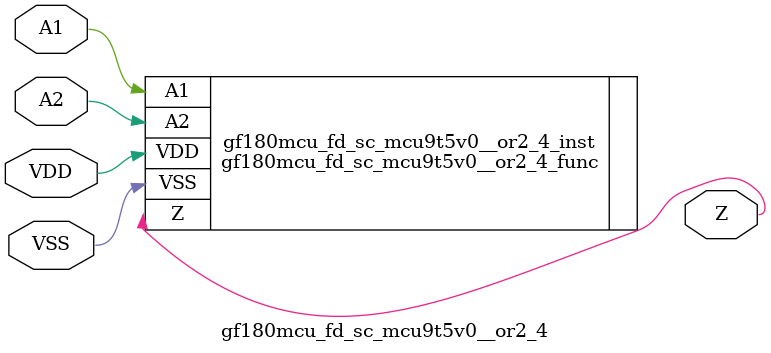
<source format=v>

module gf180mcu_fd_sc_mcu9t5v0__or2_4( A2, A1, Z, VDD, VSS );
input A1, A2;
inout VDD, VSS;
output Z;

   `ifdef FUNCTIONAL  //  functional //

	gf180mcu_fd_sc_mcu9t5v0__or2_4_func gf180mcu_fd_sc_mcu9t5v0__or2_4_behav_inst(.A2(A2),.A1(A1),.Z(Z),.VDD(VDD),.VSS(VSS));

   `else

	gf180mcu_fd_sc_mcu9t5v0__or2_4_func gf180mcu_fd_sc_mcu9t5v0__or2_4_inst(.A2(A2),.A1(A1),.Z(Z),.VDD(VDD),.VSS(VSS));

	// spec_gates_begin


	// spec_gates_end



   specify

	// specify_block_begin

	// comb arc A1 --> Z
	 (A1 => Z) = (1.0,1.0);

	// comb arc A2 --> Z
	 (A2 => Z) = (1.0,1.0);

	// specify_block_end

   endspecify

   `endif

endmodule

</source>
